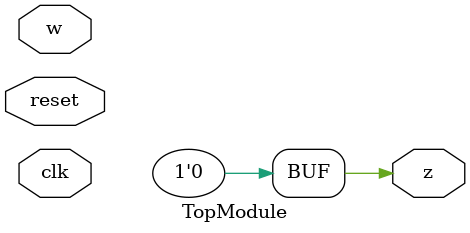
<source format=sv>

module TopModule (
  input clk,
  input reset,
  input w,
  output z
);
logic state;
logic next_state;

always @(posedge clk) begin
  if (reset)
    state <= 0;
  else
    state <= next_state;
end

always @(*) begin
  case (state)
    0: begin
      if (w)
        next_state = 1;
      else
        next_state = 0;
    end
    1: begin
      if (w)
        next_state = 2;
      else
        next_state = 3;
    end
    2: begin
      if (w)
        next_state = 4;
      else
        next_state = 3;
    end
    3: begin
      if (w)
        next_state = 5;
      else
        next_state = 0;
    end
    4: begin
      if (w)
        next_state = 5;
      else
        next_state = 3;
    end
    5: begin
      if (w)
        next_state = 2;
      else
        next_state = 3;
    end
    default: next_state = 0;
  endcase
end

assign z = state == 5;

endmodule

</source>
